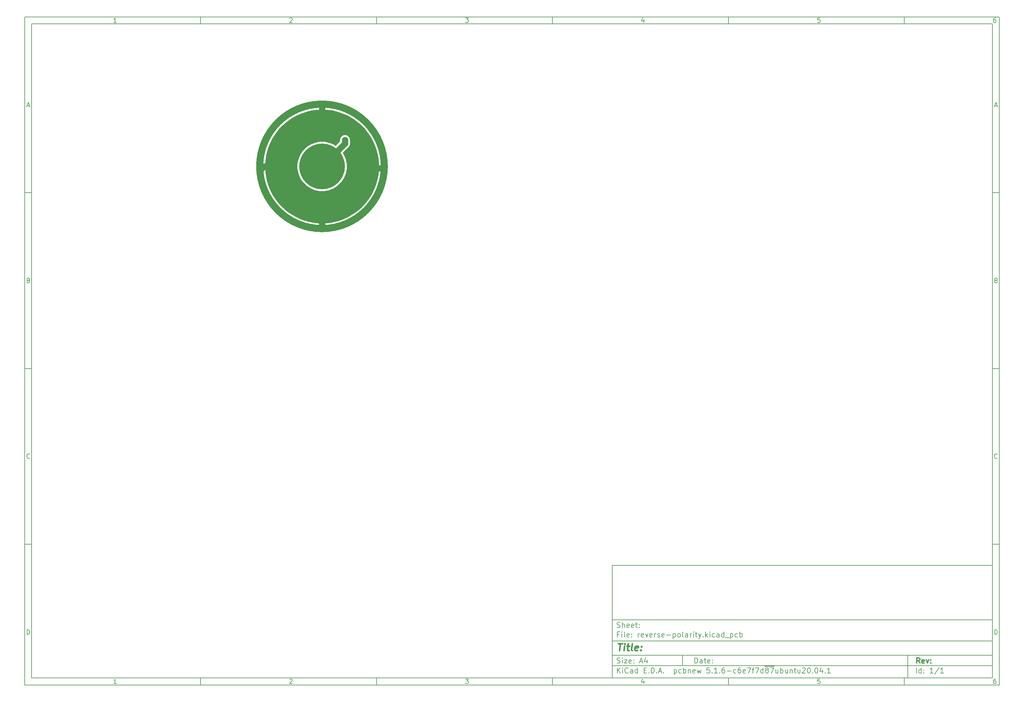
<source format=gbr>
G04 #@! TF.GenerationSoftware,KiCad,Pcbnew,5.1.6-c6e7f7d~87~ubuntu20.04.1*
G04 #@! TF.CreationDate,2020-08-14T09:59:52+02:00*
G04 #@! TF.ProjectId,reverse-polarity,72657665-7273-4652-9d70-6f6c61726974,rev?*
G04 #@! TF.SameCoordinates,Original*
G04 #@! TF.FileFunction,Copper,L2,Bot*
G04 #@! TF.FilePolarity,Positive*
%FSLAX46Y46*%
G04 Gerber Fmt 4.6, Leading zero omitted, Abs format (unit mm)*
G04 Created by KiCad (PCBNEW 5.1.6-c6e7f7d~87~ubuntu20.04.1) date 2020-08-14 09:59:52*
%MOMM*%
%LPD*%
G01*
G04 APERTURE LIST*
%ADD10C,0.100000*%
%ADD11C,0.150000*%
%ADD12C,0.300000*%
%ADD13C,0.400000*%
G04 #@! TA.AperFunction,NonConductor*
%ADD14C,2.000000*%
G04 #@! TD*
G04 #@! TA.AperFunction,ComponentPad*
%ADD15C,7.000000*%
G04 #@! TD*
G04 #@! TA.AperFunction,SMDPad,CuDef*
%ADD16C,13.000000*%
G04 #@! TD*
G04 #@! TA.AperFunction,ViaPad*
%ADD17C,0.800000*%
G04 #@! TD*
G04 #@! TA.AperFunction,ViaPad*
%ADD18C,1.000000*%
G04 #@! TD*
G04 #@! TA.AperFunction,Conductor*
%ADD19C,1.800000*%
G04 #@! TD*
G04 #@! TA.AperFunction,Conductor*
%ADD20C,0.254000*%
G04 #@! TD*
G04 APERTURE END LIST*
D10*
D11*
X177002200Y-166007200D02*
X177002200Y-198007200D01*
X285002200Y-198007200D01*
X285002200Y-166007200D01*
X177002200Y-166007200D01*
D10*
D11*
X10000000Y-10000000D02*
X10000000Y-200007200D01*
X287002200Y-200007200D01*
X287002200Y-10000000D01*
X10000000Y-10000000D01*
D10*
D11*
X12000000Y-12000000D02*
X12000000Y-198007200D01*
X285002200Y-198007200D01*
X285002200Y-12000000D01*
X12000000Y-12000000D01*
D10*
D11*
X60000000Y-12000000D02*
X60000000Y-10000000D01*
D10*
D11*
X110000000Y-12000000D02*
X110000000Y-10000000D01*
D10*
D11*
X160000000Y-12000000D02*
X160000000Y-10000000D01*
D10*
D11*
X210000000Y-12000000D02*
X210000000Y-10000000D01*
D10*
D11*
X260000000Y-12000000D02*
X260000000Y-10000000D01*
D10*
D11*
X36065476Y-11588095D02*
X35322619Y-11588095D01*
X35694047Y-11588095D02*
X35694047Y-10288095D01*
X35570238Y-10473809D01*
X35446428Y-10597619D01*
X35322619Y-10659523D01*
D10*
D11*
X85322619Y-10411904D02*
X85384523Y-10350000D01*
X85508333Y-10288095D01*
X85817857Y-10288095D01*
X85941666Y-10350000D01*
X86003571Y-10411904D01*
X86065476Y-10535714D01*
X86065476Y-10659523D01*
X86003571Y-10845238D01*
X85260714Y-11588095D01*
X86065476Y-11588095D01*
D10*
D11*
X135260714Y-10288095D02*
X136065476Y-10288095D01*
X135632142Y-10783333D01*
X135817857Y-10783333D01*
X135941666Y-10845238D01*
X136003571Y-10907142D01*
X136065476Y-11030952D01*
X136065476Y-11340476D01*
X136003571Y-11464285D01*
X135941666Y-11526190D01*
X135817857Y-11588095D01*
X135446428Y-11588095D01*
X135322619Y-11526190D01*
X135260714Y-11464285D01*
D10*
D11*
X185941666Y-10721428D02*
X185941666Y-11588095D01*
X185632142Y-10226190D02*
X185322619Y-11154761D01*
X186127380Y-11154761D01*
D10*
D11*
X236003571Y-10288095D02*
X235384523Y-10288095D01*
X235322619Y-10907142D01*
X235384523Y-10845238D01*
X235508333Y-10783333D01*
X235817857Y-10783333D01*
X235941666Y-10845238D01*
X236003571Y-10907142D01*
X236065476Y-11030952D01*
X236065476Y-11340476D01*
X236003571Y-11464285D01*
X235941666Y-11526190D01*
X235817857Y-11588095D01*
X235508333Y-11588095D01*
X235384523Y-11526190D01*
X235322619Y-11464285D01*
D10*
D11*
X285941666Y-10288095D02*
X285694047Y-10288095D01*
X285570238Y-10350000D01*
X285508333Y-10411904D01*
X285384523Y-10597619D01*
X285322619Y-10845238D01*
X285322619Y-11340476D01*
X285384523Y-11464285D01*
X285446428Y-11526190D01*
X285570238Y-11588095D01*
X285817857Y-11588095D01*
X285941666Y-11526190D01*
X286003571Y-11464285D01*
X286065476Y-11340476D01*
X286065476Y-11030952D01*
X286003571Y-10907142D01*
X285941666Y-10845238D01*
X285817857Y-10783333D01*
X285570238Y-10783333D01*
X285446428Y-10845238D01*
X285384523Y-10907142D01*
X285322619Y-11030952D01*
D10*
D11*
X60000000Y-198007200D02*
X60000000Y-200007200D01*
D10*
D11*
X110000000Y-198007200D02*
X110000000Y-200007200D01*
D10*
D11*
X160000000Y-198007200D02*
X160000000Y-200007200D01*
D10*
D11*
X210000000Y-198007200D02*
X210000000Y-200007200D01*
D10*
D11*
X260000000Y-198007200D02*
X260000000Y-200007200D01*
D10*
D11*
X36065476Y-199595295D02*
X35322619Y-199595295D01*
X35694047Y-199595295D02*
X35694047Y-198295295D01*
X35570238Y-198481009D01*
X35446428Y-198604819D01*
X35322619Y-198666723D01*
D10*
D11*
X85322619Y-198419104D02*
X85384523Y-198357200D01*
X85508333Y-198295295D01*
X85817857Y-198295295D01*
X85941666Y-198357200D01*
X86003571Y-198419104D01*
X86065476Y-198542914D01*
X86065476Y-198666723D01*
X86003571Y-198852438D01*
X85260714Y-199595295D01*
X86065476Y-199595295D01*
D10*
D11*
X135260714Y-198295295D02*
X136065476Y-198295295D01*
X135632142Y-198790533D01*
X135817857Y-198790533D01*
X135941666Y-198852438D01*
X136003571Y-198914342D01*
X136065476Y-199038152D01*
X136065476Y-199347676D01*
X136003571Y-199471485D01*
X135941666Y-199533390D01*
X135817857Y-199595295D01*
X135446428Y-199595295D01*
X135322619Y-199533390D01*
X135260714Y-199471485D01*
D10*
D11*
X185941666Y-198728628D02*
X185941666Y-199595295D01*
X185632142Y-198233390D02*
X185322619Y-199161961D01*
X186127380Y-199161961D01*
D10*
D11*
X236003571Y-198295295D02*
X235384523Y-198295295D01*
X235322619Y-198914342D01*
X235384523Y-198852438D01*
X235508333Y-198790533D01*
X235817857Y-198790533D01*
X235941666Y-198852438D01*
X236003571Y-198914342D01*
X236065476Y-199038152D01*
X236065476Y-199347676D01*
X236003571Y-199471485D01*
X235941666Y-199533390D01*
X235817857Y-199595295D01*
X235508333Y-199595295D01*
X235384523Y-199533390D01*
X235322619Y-199471485D01*
D10*
D11*
X285941666Y-198295295D02*
X285694047Y-198295295D01*
X285570238Y-198357200D01*
X285508333Y-198419104D01*
X285384523Y-198604819D01*
X285322619Y-198852438D01*
X285322619Y-199347676D01*
X285384523Y-199471485D01*
X285446428Y-199533390D01*
X285570238Y-199595295D01*
X285817857Y-199595295D01*
X285941666Y-199533390D01*
X286003571Y-199471485D01*
X286065476Y-199347676D01*
X286065476Y-199038152D01*
X286003571Y-198914342D01*
X285941666Y-198852438D01*
X285817857Y-198790533D01*
X285570238Y-198790533D01*
X285446428Y-198852438D01*
X285384523Y-198914342D01*
X285322619Y-199038152D01*
D10*
D11*
X10000000Y-60000000D02*
X12000000Y-60000000D01*
D10*
D11*
X10000000Y-110000000D02*
X12000000Y-110000000D01*
D10*
D11*
X10000000Y-160000000D02*
X12000000Y-160000000D01*
D10*
D11*
X10690476Y-35216666D02*
X11309523Y-35216666D01*
X10566666Y-35588095D02*
X11000000Y-34288095D01*
X11433333Y-35588095D01*
D10*
D11*
X11092857Y-84907142D02*
X11278571Y-84969047D01*
X11340476Y-85030952D01*
X11402380Y-85154761D01*
X11402380Y-85340476D01*
X11340476Y-85464285D01*
X11278571Y-85526190D01*
X11154761Y-85588095D01*
X10659523Y-85588095D01*
X10659523Y-84288095D01*
X11092857Y-84288095D01*
X11216666Y-84350000D01*
X11278571Y-84411904D01*
X11340476Y-84535714D01*
X11340476Y-84659523D01*
X11278571Y-84783333D01*
X11216666Y-84845238D01*
X11092857Y-84907142D01*
X10659523Y-84907142D01*
D10*
D11*
X11402380Y-135464285D02*
X11340476Y-135526190D01*
X11154761Y-135588095D01*
X11030952Y-135588095D01*
X10845238Y-135526190D01*
X10721428Y-135402380D01*
X10659523Y-135278571D01*
X10597619Y-135030952D01*
X10597619Y-134845238D01*
X10659523Y-134597619D01*
X10721428Y-134473809D01*
X10845238Y-134350000D01*
X11030952Y-134288095D01*
X11154761Y-134288095D01*
X11340476Y-134350000D01*
X11402380Y-134411904D01*
D10*
D11*
X10659523Y-185588095D02*
X10659523Y-184288095D01*
X10969047Y-184288095D01*
X11154761Y-184350000D01*
X11278571Y-184473809D01*
X11340476Y-184597619D01*
X11402380Y-184845238D01*
X11402380Y-185030952D01*
X11340476Y-185278571D01*
X11278571Y-185402380D01*
X11154761Y-185526190D01*
X10969047Y-185588095D01*
X10659523Y-185588095D01*
D10*
D11*
X287002200Y-60000000D02*
X285002200Y-60000000D01*
D10*
D11*
X287002200Y-110000000D02*
X285002200Y-110000000D01*
D10*
D11*
X287002200Y-160000000D02*
X285002200Y-160000000D01*
D10*
D11*
X285692676Y-35216666D02*
X286311723Y-35216666D01*
X285568866Y-35588095D02*
X286002200Y-34288095D01*
X286435533Y-35588095D01*
D10*
D11*
X286095057Y-84907142D02*
X286280771Y-84969047D01*
X286342676Y-85030952D01*
X286404580Y-85154761D01*
X286404580Y-85340476D01*
X286342676Y-85464285D01*
X286280771Y-85526190D01*
X286156961Y-85588095D01*
X285661723Y-85588095D01*
X285661723Y-84288095D01*
X286095057Y-84288095D01*
X286218866Y-84350000D01*
X286280771Y-84411904D01*
X286342676Y-84535714D01*
X286342676Y-84659523D01*
X286280771Y-84783333D01*
X286218866Y-84845238D01*
X286095057Y-84907142D01*
X285661723Y-84907142D01*
D10*
D11*
X286404580Y-135464285D02*
X286342676Y-135526190D01*
X286156961Y-135588095D01*
X286033152Y-135588095D01*
X285847438Y-135526190D01*
X285723628Y-135402380D01*
X285661723Y-135278571D01*
X285599819Y-135030952D01*
X285599819Y-134845238D01*
X285661723Y-134597619D01*
X285723628Y-134473809D01*
X285847438Y-134350000D01*
X286033152Y-134288095D01*
X286156961Y-134288095D01*
X286342676Y-134350000D01*
X286404580Y-134411904D01*
D10*
D11*
X285661723Y-185588095D02*
X285661723Y-184288095D01*
X285971247Y-184288095D01*
X286156961Y-184350000D01*
X286280771Y-184473809D01*
X286342676Y-184597619D01*
X286404580Y-184845238D01*
X286404580Y-185030952D01*
X286342676Y-185278571D01*
X286280771Y-185402380D01*
X286156961Y-185526190D01*
X285971247Y-185588095D01*
X285661723Y-185588095D01*
D10*
D11*
X200434342Y-193785771D02*
X200434342Y-192285771D01*
X200791485Y-192285771D01*
X201005771Y-192357200D01*
X201148628Y-192500057D01*
X201220057Y-192642914D01*
X201291485Y-192928628D01*
X201291485Y-193142914D01*
X201220057Y-193428628D01*
X201148628Y-193571485D01*
X201005771Y-193714342D01*
X200791485Y-193785771D01*
X200434342Y-193785771D01*
X202577200Y-193785771D02*
X202577200Y-193000057D01*
X202505771Y-192857200D01*
X202362914Y-192785771D01*
X202077200Y-192785771D01*
X201934342Y-192857200D01*
X202577200Y-193714342D02*
X202434342Y-193785771D01*
X202077200Y-193785771D01*
X201934342Y-193714342D01*
X201862914Y-193571485D01*
X201862914Y-193428628D01*
X201934342Y-193285771D01*
X202077200Y-193214342D01*
X202434342Y-193214342D01*
X202577200Y-193142914D01*
X203077200Y-192785771D02*
X203648628Y-192785771D01*
X203291485Y-192285771D02*
X203291485Y-193571485D01*
X203362914Y-193714342D01*
X203505771Y-193785771D01*
X203648628Y-193785771D01*
X204720057Y-193714342D02*
X204577200Y-193785771D01*
X204291485Y-193785771D01*
X204148628Y-193714342D01*
X204077200Y-193571485D01*
X204077200Y-193000057D01*
X204148628Y-192857200D01*
X204291485Y-192785771D01*
X204577200Y-192785771D01*
X204720057Y-192857200D01*
X204791485Y-193000057D01*
X204791485Y-193142914D01*
X204077200Y-193285771D01*
X205434342Y-193642914D02*
X205505771Y-193714342D01*
X205434342Y-193785771D01*
X205362914Y-193714342D01*
X205434342Y-193642914D01*
X205434342Y-193785771D01*
X205434342Y-192857200D02*
X205505771Y-192928628D01*
X205434342Y-193000057D01*
X205362914Y-192928628D01*
X205434342Y-192857200D01*
X205434342Y-193000057D01*
D10*
D11*
X177002200Y-194507200D02*
X285002200Y-194507200D01*
D10*
D11*
X178434342Y-196585771D02*
X178434342Y-195085771D01*
X179291485Y-196585771D02*
X178648628Y-195728628D01*
X179291485Y-195085771D02*
X178434342Y-195942914D01*
X179934342Y-196585771D02*
X179934342Y-195585771D01*
X179934342Y-195085771D02*
X179862914Y-195157200D01*
X179934342Y-195228628D01*
X180005771Y-195157200D01*
X179934342Y-195085771D01*
X179934342Y-195228628D01*
X181505771Y-196442914D02*
X181434342Y-196514342D01*
X181220057Y-196585771D01*
X181077200Y-196585771D01*
X180862914Y-196514342D01*
X180720057Y-196371485D01*
X180648628Y-196228628D01*
X180577200Y-195942914D01*
X180577200Y-195728628D01*
X180648628Y-195442914D01*
X180720057Y-195300057D01*
X180862914Y-195157200D01*
X181077200Y-195085771D01*
X181220057Y-195085771D01*
X181434342Y-195157200D01*
X181505771Y-195228628D01*
X182791485Y-196585771D02*
X182791485Y-195800057D01*
X182720057Y-195657200D01*
X182577200Y-195585771D01*
X182291485Y-195585771D01*
X182148628Y-195657200D01*
X182791485Y-196514342D02*
X182648628Y-196585771D01*
X182291485Y-196585771D01*
X182148628Y-196514342D01*
X182077200Y-196371485D01*
X182077200Y-196228628D01*
X182148628Y-196085771D01*
X182291485Y-196014342D01*
X182648628Y-196014342D01*
X182791485Y-195942914D01*
X184148628Y-196585771D02*
X184148628Y-195085771D01*
X184148628Y-196514342D02*
X184005771Y-196585771D01*
X183720057Y-196585771D01*
X183577200Y-196514342D01*
X183505771Y-196442914D01*
X183434342Y-196300057D01*
X183434342Y-195871485D01*
X183505771Y-195728628D01*
X183577200Y-195657200D01*
X183720057Y-195585771D01*
X184005771Y-195585771D01*
X184148628Y-195657200D01*
X186005771Y-195800057D02*
X186505771Y-195800057D01*
X186720057Y-196585771D02*
X186005771Y-196585771D01*
X186005771Y-195085771D01*
X186720057Y-195085771D01*
X187362914Y-196442914D02*
X187434342Y-196514342D01*
X187362914Y-196585771D01*
X187291485Y-196514342D01*
X187362914Y-196442914D01*
X187362914Y-196585771D01*
X188077200Y-196585771D02*
X188077200Y-195085771D01*
X188434342Y-195085771D01*
X188648628Y-195157200D01*
X188791485Y-195300057D01*
X188862914Y-195442914D01*
X188934342Y-195728628D01*
X188934342Y-195942914D01*
X188862914Y-196228628D01*
X188791485Y-196371485D01*
X188648628Y-196514342D01*
X188434342Y-196585771D01*
X188077200Y-196585771D01*
X189577200Y-196442914D02*
X189648628Y-196514342D01*
X189577200Y-196585771D01*
X189505771Y-196514342D01*
X189577200Y-196442914D01*
X189577200Y-196585771D01*
X190220057Y-196157200D02*
X190934342Y-196157200D01*
X190077200Y-196585771D02*
X190577200Y-195085771D01*
X191077200Y-196585771D01*
X191577200Y-196442914D02*
X191648628Y-196514342D01*
X191577200Y-196585771D01*
X191505771Y-196514342D01*
X191577200Y-196442914D01*
X191577200Y-196585771D01*
X194577200Y-195585771D02*
X194577200Y-197085771D01*
X194577200Y-195657200D02*
X194720057Y-195585771D01*
X195005771Y-195585771D01*
X195148628Y-195657200D01*
X195220057Y-195728628D01*
X195291485Y-195871485D01*
X195291485Y-196300057D01*
X195220057Y-196442914D01*
X195148628Y-196514342D01*
X195005771Y-196585771D01*
X194720057Y-196585771D01*
X194577200Y-196514342D01*
X196577200Y-196514342D02*
X196434342Y-196585771D01*
X196148628Y-196585771D01*
X196005771Y-196514342D01*
X195934342Y-196442914D01*
X195862914Y-196300057D01*
X195862914Y-195871485D01*
X195934342Y-195728628D01*
X196005771Y-195657200D01*
X196148628Y-195585771D01*
X196434342Y-195585771D01*
X196577200Y-195657200D01*
X197220057Y-196585771D02*
X197220057Y-195085771D01*
X197220057Y-195657200D02*
X197362914Y-195585771D01*
X197648628Y-195585771D01*
X197791485Y-195657200D01*
X197862914Y-195728628D01*
X197934342Y-195871485D01*
X197934342Y-196300057D01*
X197862914Y-196442914D01*
X197791485Y-196514342D01*
X197648628Y-196585771D01*
X197362914Y-196585771D01*
X197220057Y-196514342D01*
X198577200Y-195585771D02*
X198577200Y-196585771D01*
X198577200Y-195728628D02*
X198648628Y-195657200D01*
X198791485Y-195585771D01*
X199005771Y-195585771D01*
X199148628Y-195657200D01*
X199220057Y-195800057D01*
X199220057Y-196585771D01*
X200505771Y-196514342D02*
X200362914Y-196585771D01*
X200077200Y-196585771D01*
X199934342Y-196514342D01*
X199862914Y-196371485D01*
X199862914Y-195800057D01*
X199934342Y-195657200D01*
X200077200Y-195585771D01*
X200362914Y-195585771D01*
X200505771Y-195657200D01*
X200577200Y-195800057D01*
X200577200Y-195942914D01*
X199862914Y-196085771D01*
X201077200Y-195585771D02*
X201362914Y-196585771D01*
X201648628Y-195871485D01*
X201934342Y-196585771D01*
X202220057Y-195585771D01*
X204648628Y-195085771D02*
X203934342Y-195085771D01*
X203862914Y-195800057D01*
X203934342Y-195728628D01*
X204077200Y-195657200D01*
X204434342Y-195657200D01*
X204577200Y-195728628D01*
X204648628Y-195800057D01*
X204720057Y-195942914D01*
X204720057Y-196300057D01*
X204648628Y-196442914D01*
X204577200Y-196514342D01*
X204434342Y-196585771D01*
X204077200Y-196585771D01*
X203934342Y-196514342D01*
X203862914Y-196442914D01*
X205362914Y-196442914D02*
X205434342Y-196514342D01*
X205362914Y-196585771D01*
X205291485Y-196514342D01*
X205362914Y-196442914D01*
X205362914Y-196585771D01*
X206862914Y-196585771D02*
X206005771Y-196585771D01*
X206434342Y-196585771D02*
X206434342Y-195085771D01*
X206291485Y-195300057D01*
X206148628Y-195442914D01*
X206005771Y-195514342D01*
X207505771Y-196442914D02*
X207577200Y-196514342D01*
X207505771Y-196585771D01*
X207434342Y-196514342D01*
X207505771Y-196442914D01*
X207505771Y-196585771D01*
X208862914Y-195085771D02*
X208577200Y-195085771D01*
X208434342Y-195157200D01*
X208362914Y-195228628D01*
X208220057Y-195442914D01*
X208148628Y-195728628D01*
X208148628Y-196300057D01*
X208220057Y-196442914D01*
X208291485Y-196514342D01*
X208434342Y-196585771D01*
X208720057Y-196585771D01*
X208862914Y-196514342D01*
X208934342Y-196442914D01*
X209005771Y-196300057D01*
X209005771Y-195942914D01*
X208934342Y-195800057D01*
X208862914Y-195728628D01*
X208720057Y-195657200D01*
X208434342Y-195657200D01*
X208291485Y-195728628D01*
X208220057Y-195800057D01*
X208148628Y-195942914D01*
X209648628Y-196014342D02*
X210791485Y-196014342D01*
X212148628Y-196514342D02*
X212005771Y-196585771D01*
X211720057Y-196585771D01*
X211577200Y-196514342D01*
X211505771Y-196442914D01*
X211434342Y-196300057D01*
X211434342Y-195871485D01*
X211505771Y-195728628D01*
X211577200Y-195657200D01*
X211720057Y-195585771D01*
X212005771Y-195585771D01*
X212148628Y-195657200D01*
X213434342Y-195085771D02*
X213148628Y-195085771D01*
X213005771Y-195157200D01*
X212934342Y-195228628D01*
X212791485Y-195442914D01*
X212720057Y-195728628D01*
X212720057Y-196300057D01*
X212791485Y-196442914D01*
X212862914Y-196514342D01*
X213005771Y-196585771D01*
X213291485Y-196585771D01*
X213434342Y-196514342D01*
X213505771Y-196442914D01*
X213577200Y-196300057D01*
X213577200Y-195942914D01*
X213505771Y-195800057D01*
X213434342Y-195728628D01*
X213291485Y-195657200D01*
X213005771Y-195657200D01*
X212862914Y-195728628D01*
X212791485Y-195800057D01*
X212720057Y-195942914D01*
X214791485Y-196514342D02*
X214648628Y-196585771D01*
X214362914Y-196585771D01*
X214220057Y-196514342D01*
X214148628Y-196371485D01*
X214148628Y-195800057D01*
X214220057Y-195657200D01*
X214362914Y-195585771D01*
X214648628Y-195585771D01*
X214791485Y-195657200D01*
X214862914Y-195800057D01*
X214862914Y-195942914D01*
X214148628Y-196085771D01*
X215362914Y-195085771D02*
X216362914Y-195085771D01*
X215720057Y-196585771D01*
X216720057Y-195585771D02*
X217291485Y-195585771D01*
X216934342Y-196585771D02*
X216934342Y-195300057D01*
X217005771Y-195157200D01*
X217148628Y-195085771D01*
X217291485Y-195085771D01*
X217648628Y-195085771D02*
X218648628Y-195085771D01*
X218005771Y-196585771D01*
X219862914Y-196585771D02*
X219862914Y-195085771D01*
X219862914Y-196514342D02*
X219720057Y-196585771D01*
X219434342Y-196585771D01*
X219291485Y-196514342D01*
X219220057Y-196442914D01*
X219148628Y-196300057D01*
X219148628Y-195871485D01*
X219220057Y-195728628D01*
X219291485Y-195657200D01*
X219434342Y-195585771D01*
X219720057Y-195585771D01*
X219862914Y-195657200D01*
X220220057Y-194677200D02*
X221648628Y-194677200D01*
X220791485Y-195728628D02*
X220648628Y-195657200D01*
X220577200Y-195585771D01*
X220505771Y-195442914D01*
X220505771Y-195371485D01*
X220577200Y-195228628D01*
X220648628Y-195157200D01*
X220791485Y-195085771D01*
X221077200Y-195085771D01*
X221220057Y-195157200D01*
X221291485Y-195228628D01*
X221362914Y-195371485D01*
X221362914Y-195442914D01*
X221291485Y-195585771D01*
X221220057Y-195657200D01*
X221077200Y-195728628D01*
X220791485Y-195728628D01*
X220648628Y-195800057D01*
X220577200Y-195871485D01*
X220505771Y-196014342D01*
X220505771Y-196300057D01*
X220577200Y-196442914D01*
X220648628Y-196514342D01*
X220791485Y-196585771D01*
X221077200Y-196585771D01*
X221220057Y-196514342D01*
X221291485Y-196442914D01*
X221362914Y-196300057D01*
X221362914Y-196014342D01*
X221291485Y-195871485D01*
X221220057Y-195800057D01*
X221077200Y-195728628D01*
X221648628Y-194677200D02*
X223077200Y-194677200D01*
X221862914Y-195085771D02*
X222862914Y-195085771D01*
X222220057Y-196585771D01*
X224077200Y-195585771D02*
X224077200Y-196585771D01*
X223434342Y-195585771D02*
X223434342Y-196371485D01*
X223505771Y-196514342D01*
X223648628Y-196585771D01*
X223862914Y-196585771D01*
X224005771Y-196514342D01*
X224077200Y-196442914D01*
X224791485Y-196585771D02*
X224791485Y-195085771D01*
X224791485Y-195657200D02*
X224934342Y-195585771D01*
X225220057Y-195585771D01*
X225362914Y-195657200D01*
X225434342Y-195728628D01*
X225505771Y-195871485D01*
X225505771Y-196300057D01*
X225434342Y-196442914D01*
X225362914Y-196514342D01*
X225220057Y-196585771D01*
X224934342Y-196585771D01*
X224791485Y-196514342D01*
X226791485Y-195585771D02*
X226791485Y-196585771D01*
X226148628Y-195585771D02*
X226148628Y-196371485D01*
X226220057Y-196514342D01*
X226362914Y-196585771D01*
X226577200Y-196585771D01*
X226720057Y-196514342D01*
X226791485Y-196442914D01*
X227505771Y-195585771D02*
X227505771Y-196585771D01*
X227505771Y-195728628D02*
X227577200Y-195657200D01*
X227720057Y-195585771D01*
X227934342Y-195585771D01*
X228077200Y-195657200D01*
X228148628Y-195800057D01*
X228148628Y-196585771D01*
X228648628Y-195585771D02*
X229220057Y-195585771D01*
X228862914Y-195085771D02*
X228862914Y-196371485D01*
X228934342Y-196514342D01*
X229077200Y-196585771D01*
X229220057Y-196585771D01*
X230362914Y-195585771D02*
X230362914Y-196585771D01*
X229720057Y-195585771D02*
X229720057Y-196371485D01*
X229791485Y-196514342D01*
X229934342Y-196585771D01*
X230148628Y-196585771D01*
X230291485Y-196514342D01*
X230362914Y-196442914D01*
X231005771Y-195228628D02*
X231077200Y-195157200D01*
X231220057Y-195085771D01*
X231577200Y-195085771D01*
X231720057Y-195157200D01*
X231791485Y-195228628D01*
X231862914Y-195371485D01*
X231862914Y-195514342D01*
X231791485Y-195728628D01*
X230934342Y-196585771D01*
X231862914Y-196585771D01*
X232791485Y-195085771D02*
X232934342Y-195085771D01*
X233077200Y-195157200D01*
X233148628Y-195228628D01*
X233220057Y-195371485D01*
X233291485Y-195657200D01*
X233291485Y-196014342D01*
X233220057Y-196300057D01*
X233148628Y-196442914D01*
X233077200Y-196514342D01*
X232934342Y-196585771D01*
X232791485Y-196585771D01*
X232648628Y-196514342D01*
X232577200Y-196442914D01*
X232505771Y-196300057D01*
X232434342Y-196014342D01*
X232434342Y-195657200D01*
X232505771Y-195371485D01*
X232577200Y-195228628D01*
X232648628Y-195157200D01*
X232791485Y-195085771D01*
X233934342Y-196442914D02*
X234005771Y-196514342D01*
X233934342Y-196585771D01*
X233862914Y-196514342D01*
X233934342Y-196442914D01*
X233934342Y-196585771D01*
X234934342Y-195085771D02*
X235077200Y-195085771D01*
X235220057Y-195157200D01*
X235291485Y-195228628D01*
X235362914Y-195371485D01*
X235434342Y-195657200D01*
X235434342Y-196014342D01*
X235362914Y-196300057D01*
X235291485Y-196442914D01*
X235220057Y-196514342D01*
X235077200Y-196585771D01*
X234934342Y-196585771D01*
X234791485Y-196514342D01*
X234720057Y-196442914D01*
X234648628Y-196300057D01*
X234577200Y-196014342D01*
X234577200Y-195657200D01*
X234648628Y-195371485D01*
X234720057Y-195228628D01*
X234791485Y-195157200D01*
X234934342Y-195085771D01*
X236720057Y-195585771D02*
X236720057Y-196585771D01*
X236362914Y-195014342D02*
X236005771Y-196085771D01*
X236934342Y-196085771D01*
X237505771Y-196442914D02*
X237577199Y-196514342D01*
X237505771Y-196585771D01*
X237434342Y-196514342D01*
X237505771Y-196442914D01*
X237505771Y-196585771D01*
X239005771Y-196585771D02*
X238148628Y-196585771D01*
X238577200Y-196585771D02*
X238577200Y-195085771D01*
X238434342Y-195300057D01*
X238291485Y-195442914D01*
X238148628Y-195514342D01*
D10*
D11*
X177002200Y-191507200D02*
X285002200Y-191507200D01*
D10*
D12*
X264411485Y-193785771D02*
X263911485Y-193071485D01*
X263554342Y-193785771D02*
X263554342Y-192285771D01*
X264125771Y-192285771D01*
X264268628Y-192357200D01*
X264340057Y-192428628D01*
X264411485Y-192571485D01*
X264411485Y-192785771D01*
X264340057Y-192928628D01*
X264268628Y-193000057D01*
X264125771Y-193071485D01*
X263554342Y-193071485D01*
X265625771Y-193714342D02*
X265482914Y-193785771D01*
X265197200Y-193785771D01*
X265054342Y-193714342D01*
X264982914Y-193571485D01*
X264982914Y-193000057D01*
X265054342Y-192857200D01*
X265197200Y-192785771D01*
X265482914Y-192785771D01*
X265625771Y-192857200D01*
X265697200Y-193000057D01*
X265697200Y-193142914D01*
X264982914Y-193285771D01*
X266197200Y-192785771D02*
X266554342Y-193785771D01*
X266911485Y-192785771D01*
X267482914Y-193642914D02*
X267554342Y-193714342D01*
X267482914Y-193785771D01*
X267411485Y-193714342D01*
X267482914Y-193642914D01*
X267482914Y-193785771D01*
X267482914Y-192857200D02*
X267554342Y-192928628D01*
X267482914Y-193000057D01*
X267411485Y-192928628D01*
X267482914Y-192857200D01*
X267482914Y-193000057D01*
D10*
D11*
X178362914Y-193714342D02*
X178577200Y-193785771D01*
X178934342Y-193785771D01*
X179077200Y-193714342D01*
X179148628Y-193642914D01*
X179220057Y-193500057D01*
X179220057Y-193357200D01*
X179148628Y-193214342D01*
X179077200Y-193142914D01*
X178934342Y-193071485D01*
X178648628Y-193000057D01*
X178505771Y-192928628D01*
X178434342Y-192857200D01*
X178362914Y-192714342D01*
X178362914Y-192571485D01*
X178434342Y-192428628D01*
X178505771Y-192357200D01*
X178648628Y-192285771D01*
X179005771Y-192285771D01*
X179220057Y-192357200D01*
X179862914Y-193785771D02*
X179862914Y-192785771D01*
X179862914Y-192285771D02*
X179791485Y-192357200D01*
X179862914Y-192428628D01*
X179934342Y-192357200D01*
X179862914Y-192285771D01*
X179862914Y-192428628D01*
X180434342Y-192785771D02*
X181220057Y-192785771D01*
X180434342Y-193785771D01*
X181220057Y-193785771D01*
X182362914Y-193714342D02*
X182220057Y-193785771D01*
X181934342Y-193785771D01*
X181791485Y-193714342D01*
X181720057Y-193571485D01*
X181720057Y-193000057D01*
X181791485Y-192857200D01*
X181934342Y-192785771D01*
X182220057Y-192785771D01*
X182362914Y-192857200D01*
X182434342Y-193000057D01*
X182434342Y-193142914D01*
X181720057Y-193285771D01*
X183077200Y-193642914D02*
X183148628Y-193714342D01*
X183077200Y-193785771D01*
X183005771Y-193714342D01*
X183077200Y-193642914D01*
X183077200Y-193785771D01*
X183077200Y-192857200D02*
X183148628Y-192928628D01*
X183077200Y-193000057D01*
X183005771Y-192928628D01*
X183077200Y-192857200D01*
X183077200Y-193000057D01*
X184862914Y-193357200D02*
X185577200Y-193357200D01*
X184720057Y-193785771D02*
X185220057Y-192285771D01*
X185720057Y-193785771D01*
X186862914Y-192785771D02*
X186862914Y-193785771D01*
X186505771Y-192214342D02*
X186148628Y-193285771D01*
X187077200Y-193285771D01*
D10*
D11*
X263434342Y-196585771D02*
X263434342Y-195085771D01*
X264791485Y-196585771D02*
X264791485Y-195085771D01*
X264791485Y-196514342D02*
X264648628Y-196585771D01*
X264362914Y-196585771D01*
X264220057Y-196514342D01*
X264148628Y-196442914D01*
X264077200Y-196300057D01*
X264077200Y-195871485D01*
X264148628Y-195728628D01*
X264220057Y-195657200D01*
X264362914Y-195585771D01*
X264648628Y-195585771D01*
X264791485Y-195657200D01*
X265505771Y-196442914D02*
X265577200Y-196514342D01*
X265505771Y-196585771D01*
X265434342Y-196514342D01*
X265505771Y-196442914D01*
X265505771Y-196585771D01*
X265505771Y-195657200D02*
X265577200Y-195728628D01*
X265505771Y-195800057D01*
X265434342Y-195728628D01*
X265505771Y-195657200D01*
X265505771Y-195800057D01*
X268148628Y-196585771D02*
X267291485Y-196585771D01*
X267720057Y-196585771D02*
X267720057Y-195085771D01*
X267577200Y-195300057D01*
X267434342Y-195442914D01*
X267291485Y-195514342D01*
X269862914Y-195014342D02*
X268577200Y-196942914D01*
X271148628Y-196585771D02*
X270291485Y-196585771D01*
X270720057Y-196585771D02*
X270720057Y-195085771D01*
X270577200Y-195300057D01*
X270434342Y-195442914D01*
X270291485Y-195514342D01*
D10*
D11*
X177002200Y-187507200D02*
X285002200Y-187507200D01*
D10*
D13*
X178714580Y-188211961D02*
X179857438Y-188211961D01*
X179036009Y-190211961D02*
X179286009Y-188211961D01*
X180274104Y-190211961D02*
X180440771Y-188878628D01*
X180524104Y-188211961D02*
X180416961Y-188307200D01*
X180500295Y-188402438D01*
X180607438Y-188307200D01*
X180524104Y-188211961D01*
X180500295Y-188402438D01*
X181107438Y-188878628D02*
X181869342Y-188878628D01*
X181476485Y-188211961D02*
X181262200Y-189926247D01*
X181333628Y-190116723D01*
X181512200Y-190211961D01*
X181702676Y-190211961D01*
X182655057Y-190211961D02*
X182476485Y-190116723D01*
X182405057Y-189926247D01*
X182619342Y-188211961D01*
X184190771Y-190116723D02*
X183988390Y-190211961D01*
X183607438Y-190211961D01*
X183428866Y-190116723D01*
X183357438Y-189926247D01*
X183452676Y-189164342D01*
X183571723Y-188973866D01*
X183774104Y-188878628D01*
X184155057Y-188878628D01*
X184333628Y-188973866D01*
X184405057Y-189164342D01*
X184381247Y-189354819D01*
X183405057Y-189545295D01*
X185155057Y-190021485D02*
X185238390Y-190116723D01*
X185131247Y-190211961D01*
X185047914Y-190116723D01*
X185155057Y-190021485D01*
X185131247Y-190211961D01*
X185286009Y-188973866D02*
X185369342Y-189069104D01*
X185262200Y-189164342D01*
X185178866Y-189069104D01*
X185286009Y-188973866D01*
X185262200Y-189164342D01*
D10*
D11*
X178934342Y-185600057D02*
X178434342Y-185600057D01*
X178434342Y-186385771D02*
X178434342Y-184885771D01*
X179148628Y-184885771D01*
X179720057Y-186385771D02*
X179720057Y-185385771D01*
X179720057Y-184885771D02*
X179648628Y-184957200D01*
X179720057Y-185028628D01*
X179791485Y-184957200D01*
X179720057Y-184885771D01*
X179720057Y-185028628D01*
X180648628Y-186385771D02*
X180505771Y-186314342D01*
X180434342Y-186171485D01*
X180434342Y-184885771D01*
X181791485Y-186314342D02*
X181648628Y-186385771D01*
X181362914Y-186385771D01*
X181220057Y-186314342D01*
X181148628Y-186171485D01*
X181148628Y-185600057D01*
X181220057Y-185457200D01*
X181362914Y-185385771D01*
X181648628Y-185385771D01*
X181791485Y-185457200D01*
X181862914Y-185600057D01*
X181862914Y-185742914D01*
X181148628Y-185885771D01*
X182505771Y-186242914D02*
X182577200Y-186314342D01*
X182505771Y-186385771D01*
X182434342Y-186314342D01*
X182505771Y-186242914D01*
X182505771Y-186385771D01*
X182505771Y-185457200D02*
X182577200Y-185528628D01*
X182505771Y-185600057D01*
X182434342Y-185528628D01*
X182505771Y-185457200D01*
X182505771Y-185600057D01*
X184362914Y-186385771D02*
X184362914Y-185385771D01*
X184362914Y-185671485D02*
X184434342Y-185528628D01*
X184505771Y-185457200D01*
X184648628Y-185385771D01*
X184791485Y-185385771D01*
X185862914Y-186314342D02*
X185720057Y-186385771D01*
X185434342Y-186385771D01*
X185291485Y-186314342D01*
X185220057Y-186171485D01*
X185220057Y-185600057D01*
X185291485Y-185457200D01*
X185434342Y-185385771D01*
X185720057Y-185385771D01*
X185862914Y-185457200D01*
X185934342Y-185600057D01*
X185934342Y-185742914D01*
X185220057Y-185885771D01*
X186434342Y-185385771D02*
X186791485Y-186385771D01*
X187148628Y-185385771D01*
X188291485Y-186314342D02*
X188148628Y-186385771D01*
X187862914Y-186385771D01*
X187720057Y-186314342D01*
X187648628Y-186171485D01*
X187648628Y-185600057D01*
X187720057Y-185457200D01*
X187862914Y-185385771D01*
X188148628Y-185385771D01*
X188291485Y-185457200D01*
X188362914Y-185600057D01*
X188362914Y-185742914D01*
X187648628Y-185885771D01*
X189005771Y-186385771D02*
X189005771Y-185385771D01*
X189005771Y-185671485D02*
X189077200Y-185528628D01*
X189148628Y-185457200D01*
X189291485Y-185385771D01*
X189434342Y-185385771D01*
X189862914Y-186314342D02*
X190005771Y-186385771D01*
X190291485Y-186385771D01*
X190434342Y-186314342D01*
X190505771Y-186171485D01*
X190505771Y-186100057D01*
X190434342Y-185957200D01*
X190291485Y-185885771D01*
X190077200Y-185885771D01*
X189934342Y-185814342D01*
X189862914Y-185671485D01*
X189862914Y-185600057D01*
X189934342Y-185457200D01*
X190077200Y-185385771D01*
X190291485Y-185385771D01*
X190434342Y-185457200D01*
X191720057Y-186314342D02*
X191577200Y-186385771D01*
X191291485Y-186385771D01*
X191148628Y-186314342D01*
X191077200Y-186171485D01*
X191077200Y-185600057D01*
X191148628Y-185457200D01*
X191291485Y-185385771D01*
X191577200Y-185385771D01*
X191720057Y-185457200D01*
X191791485Y-185600057D01*
X191791485Y-185742914D01*
X191077200Y-185885771D01*
X192434342Y-185814342D02*
X193577200Y-185814342D01*
X194291485Y-185385771D02*
X194291485Y-186885771D01*
X194291485Y-185457200D02*
X194434342Y-185385771D01*
X194720057Y-185385771D01*
X194862914Y-185457200D01*
X194934342Y-185528628D01*
X195005771Y-185671485D01*
X195005771Y-186100057D01*
X194934342Y-186242914D01*
X194862914Y-186314342D01*
X194720057Y-186385771D01*
X194434342Y-186385771D01*
X194291485Y-186314342D01*
X195862914Y-186385771D02*
X195720057Y-186314342D01*
X195648628Y-186242914D01*
X195577200Y-186100057D01*
X195577200Y-185671485D01*
X195648628Y-185528628D01*
X195720057Y-185457200D01*
X195862914Y-185385771D01*
X196077200Y-185385771D01*
X196220057Y-185457200D01*
X196291485Y-185528628D01*
X196362914Y-185671485D01*
X196362914Y-186100057D01*
X196291485Y-186242914D01*
X196220057Y-186314342D01*
X196077200Y-186385771D01*
X195862914Y-186385771D01*
X197220057Y-186385771D02*
X197077200Y-186314342D01*
X197005771Y-186171485D01*
X197005771Y-184885771D01*
X198434342Y-186385771D02*
X198434342Y-185600057D01*
X198362914Y-185457200D01*
X198220057Y-185385771D01*
X197934342Y-185385771D01*
X197791485Y-185457200D01*
X198434342Y-186314342D02*
X198291485Y-186385771D01*
X197934342Y-186385771D01*
X197791485Y-186314342D01*
X197720057Y-186171485D01*
X197720057Y-186028628D01*
X197791485Y-185885771D01*
X197934342Y-185814342D01*
X198291485Y-185814342D01*
X198434342Y-185742914D01*
X199148628Y-186385771D02*
X199148628Y-185385771D01*
X199148628Y-185671485D02*
X199220057Y-185528628D01*
X199291485Y-185457200D01*
X199434342Y-185385771D01*
X199577200Y-185385771D01*
X200077200Y-186385771D02*
X200077200Y-185385771D01*
X200077200Y-184885771D02*
X200005771Y-184957200D01*
X200077200Y-185028628D01*
X200148628Y-184957200D01*
X200077200Y-184885771D01*
X200077200Y-185028628D01*
X200577200Y-185385771D02*
X201148628Y-185385771D01*
X200791485Y-184885771D02*
X200791485Y-186171485D01*
X200862914Y-186314342D01*
X201005771Y-186385771D01*
X201148628Y-186385771D01*
X201505771Y-185385771D02*
X201862914Y-186385771D01*
X202220057Y-185385771D02*
X201862914Y-186385771D01*
X201720057Y-186742914D01*
X201648628Y-186814342D01*
X201505771Y-186885771D01*
X202791485Y-186242914D02*
X202862914Y-186314342D01*
X202791485Y-186385771D01*
X202720057Y-186314342D01*
X202791485Y-186242914D01*
X202791485Y-186385771D01*
X203505771Y-186385771D02*
X203505771Y-184885771D01*
X203648628Y-185814342D02*
X204077200Y-186385771D01*
X204077200Y-185385771D02*
X203505771Y-185957200D01*
X204720057Y-186385771D02*
X204720057Y-185385771D01*
X204720057Y-184885771D02*
X204648628Y-184957200D01*
X204720057Y-185028628D01*
X204791485Y-184957200D01*
X204720057Y-184885771D01*
X204720057Y-185028628D01*
X206077200Y-186314342D02*
X205934342Y-186385771D01*
X205648628Y-186385771D01*
X205505771Y-186314342D01*
X205434342Y-186242914D01*
X205362914Y-186100057D01*
X205362914Y-185671485D01*
X205434342Y-185528628D01*
X205505771Y-185457200D01*
X205648628Y-185385771D01*
X205934342Y-185385771D01*
X206077200Y-185457200D01*
X207362914Y-186385771D02*
X207362914Y-185600057D01*
X207291485Y-185457200D01*
X207148628Y-185385771D01*
X206862914Y-185385771D01*
X206720057Y-185457200D01*
X207362914Y-186314342D02*
X207220057Y-186385771D01*
X206862914Y-186385771D01*
X206720057Y-186314342D01*
X206648628Y-186171485D01*
X206648628Y-186028628D01*
X206720057Y-185885771D01*
X206862914Y-185814342D01*
X207220057Y-185814342D01*
X207362914Y-185742914D01*
X208720057Y-186385771D02*
X208720057Y-184885771D01*
X208720057Y-186314342D02*
X208577200Y-186385771D01*
X208291485Y-186385771D01*
X208148628Y-186314342D01*
X208077200Y-186242914D01*
X208005771Y-186100057D01*
X208005771Y-185671485D01*
X208077200Y-185528628D01*
X208148628Y-185457200D01*
X208291485Y-185385771D01*
X208577200Y-185385771D01*
X208720057Y-185457200D01*
X209077200Y-186528628D02*
X210220057Y-186528628D01*
X210577200Y-185385771D02*
X210577200Y-186885771D01*
X210577200Y-185457200D02*
X210720057Y-185385771D01*
X211005771Y-185385771D01*
X211148628Y-185457200D01*
X211220057Y-185528628D01*
X211291485Y-185671485D01*
X211291485Y-186100057D01*
X211220057Y-186242914D01*
X211148628Y-186314342D01*
X211005771Y-186385771D01*
X210720057Y-186385771D01*
X210577200Y-186314342D01*
X212577200Y-186314342D02*
X212434342Y-186385771D01*
X212148628Y-186385771D01*
X212005771Y-186314342D01*
X211934342Y-186242914D01*
X211862914Y-186100057D01*
X211862914Y-185671485D01*
X211934342Y-185528628D01*
X212005771Y-185457200D01*
X212148628Y-185385771D01*
X212434342Y-185385771D01*
X212577200Y-185457200D01*
X213220057Y-186385771D02*
X213220057Y-184885771D01*
X213220057Y-185457200D02*
X213362914Y-185385771D01*
X213648628Y-185385771D01*
X213791485Y-185457200D01*
X213862914Y-185528628D01*
X213934342Y-185671485D01*
X213934342Y-186100057D01*
X213862914Y-186242914D01*
X213791485Y-186314342D01*
X213648628Y-186385771D01*
X213362914Y-186385771D01*
X213220057Y-186314342D01*
D10*
D11*
X177002200Y-181507200D02*
X285002200Y-181507200D01*
D10*
D11*
X178362914Y-183614342D02*
X178577200Y-183685771D01*
X178934342Y-183685771D01*
X179077200Y-183614342D01*
X179148628Y-183542914D01*
X179220057Y-183400057D01*
X179220057Y-183257200D01*
X179148628Y-183114342D01*
X179077200Y-183042914D01*
X178934342Y-182971485D01*
X178648628Y-182900057D01*
X178505771Y-182828628D01*
X178434342Y-182757200D01*
X178362914Y-182614342D01*
X178362914Y-182471485D01*
X178434342Y-182328628D01*
X178505771Y-182257200D01*
X178648628Y-182185771D01*
X179005771Y-182185771D01*
X179220057Y-182257200D01*
X179862914Y-183685771D02*
X179862914Y-182185771D01*
X180505771Y-183685771D02*
X180505771Y-182900057D01*
X180434342Y-182757200D01*
X180291485Y-182685771D01*
X180077200Y-182685771D01*
X179934342Y-182757200D01*
X179862914Y-182828628D01*
X181791485Y-183614342D02*
X181648628Y-183685771D01*
X181362914Y-183685771D01*
X181220057Y-183614342D01*
X181148628Y-183471485D01*
X181148628Y-182900057D01*
X181220057Y-182757200D01*
X181362914Y-182685771D01*
X181648628Y-182685771D01*
X181791485Y-182757200D01*
X181862914Y-182900057D01*
X181862914Y-183042914D01*
X181148628Y-183185771D01*
X183077200Y-183614342D02*
X182934342Y-183685771D01*
X182648628Y-183685771D01*
X182505771Y-183614342D01*
X182434342Y-183471485D01*
X182434342Y-182900057D01*
X182505771Y-182757200D01*
X182648628Y-182685771D01*
X182934342Y-182685771D01*
X183077200Y-182757200D01*
X183148628Y-182900057D01*
X183148628Y-183042914D01*
X182434342Y-183185771D01*
X183577200Y-182685771D02*
X184148628Y-182685771D01*
X183791485Y-182185771D02*
X183791485Y-183471485D01*
X183862914Y-183614342D01*
X184005771Y-183685771D01*
X184148628Y-183685771D01*
X184648628Y-183542914D02*
X184720057Y-183614342D01*
X184648628Y-183685771D01*
X184577200Y-183614342D01*
X184648628Y-183542914D01*
X184648628Y-183685771D01*
X184648628Y-182757200D02*
X184720057Y-182828628D01*
X184648628Y-182900057D01*
X184577200Y-182828628D01*
X184648628Y-182757200D01*
X184648628Y-182900057D01*
D10*
D11*
X197002200Y-191507200D02*
X197002200Y-194507200D01*
D10*
D11*
X261002200Y-191507200D02*
X261002200Y-198007200D01*
D14*
X112200000Y-52500000D02*
G75*
G03*
X112200000Y-52500000I-17700000J0D01*
G01*
D15*
X83000000Y-52500000D03*
D16*
X94500000Y-52500000D03*
D17*
X111500000Y-53000000D03*
X77500000Y-53000000D03*
X94500000Y-35500000D03*
X94500000Y-69500000D03*
D18*
X101000000Y-45000000D03*
D19*
X78000000Y-52500000D02*
X77500000Y-53000000D01*
X83000000Y-52500000D02*
X78000000Y-52500000D01*
X94500000Y-69500000D02*
X94500000Y-68500000D01*
X83000000Y-57000000D02*
X83000000Y-52500000D01*
X94500000Y-68500000D02*
X83000000Y-57000000D01*
X94500000Y-66000000D02*
X94500000Y-69500000D01*
X107500000Y-53000000D02*
X94500000Y-66000000D01*
X94500000Y-35500000D02*
X94500000Y-38000000D01*
X94500000Y-38000000D02*
X96500000Y-38000000D01*
X96500000Y-38000000D02*
X100500000Y-42000000D01*
X100500000Y-42000000D02*
X103500000Y-42000000D01*
X107500000Y-46000000D02*
X107500000Y-53000000D01*
X103500000Y-42000000D02*
X107500000Y-46000000D01*
X111500000Y-53000000D02*
X107500000Y-53000000D01*
X101000000Y-46000000D02*
X94500000Y-52500000D01*
X101000000Y-45000000D02*
X101000000Y-46000000D01*
D20*
G36*
X96027075Y-36507744D02*
G01*
X97540321Y-36725315D01*
X99026034Y-37085745D01*
X100470757Y-37585769D01*
X101861409Y-38220859D01*
X103185395Y-38985262D01*
X104430724Y-39872057D01*
X105586119Y-40873213D01*
X106641117Y-41979662D01*
X107586163Y-43181386D01*
X108412698Y-44467500D01*
X109113238Y-45826358D01*
X109681438Y-47245653D01*
X110112153Y-48712533D01*
X110401481Y-50213712D01*
X110546804Y-51735597D01*
X110546804Y-53264403D01*
X110401481Y-54786288D01*
X110112153Y-56287467D01*
X109681438Y-57754347D01*
X109113238Y-59173642D01*
X108412698Y-60532500D01*
X107586163Y-61818614D01*
X106641117Y-63020338D01*
X105586119Y-64126787D01*
X104430724Y-65127943D01*
X103185395Y-66014738D01*
X101861409Y-66779141D01*
X100470757Y-67414231D01*
X99026034Y-67914255D01*
X97540321Y-68274685D01*
X96027075Y-68492256D01*
X94500000Y-68565000D01*
X92972925Y-68492256D01*
X91459679Y-68274685D01*
X89973966Y-67914255D01*
X88529243Y-67414231D01*
X87138591Y-66779141D01*
X85814605Y-66014738D01*
X84569276Y-65127943D01*
X83413881Y-64126787D01*
X82358883Y-63020338D01*
X81413837Y-61818614D01*
X80587302Y-60532500D01*
X79886762Y-59173642D01*
X79318562Y-57754347D01*
X78887847Y-56287467D01*
X78598519Y-54786288D01*
X78453196Y-53264403D01*
X78453196Y-51797264D01*
X87365000Y-51797264D01*
X87365000Y-53202736D01*
X87639194Y-54581203D01*
X88177045Y-55879690D01*
X88957884Y-57048297D01*
X89951703Y-58042116D01*
X91120310Y-58822955D01*
X92418797Y-59360806D01*
X93797264Y-59635000D01*
X95202736Y-59635000D01*
X96581203Y-59360806D01*
X97879690Y-58822955D01*
X99048297Y-58042116D01*
X100042116Y-57048297D01*
X100822955Y-55879690D01*
X101360806Y-54581203D01*
X101635000Y-53202736D01*
X101635000Y-51797264D01*
X101360806Y-50418797D01*
X100822955Y-49120310D01*
X100513556Y-48657262D01*
X102032085Y-47138733D01*
X102090661Y-47090661D01*
X102282481Y-46856927D01*
X102425017Y-46590261D01*
X102512790Y-46300913D01*
X102535000Y-46075408D01*
X102535000Y-46075407D01*
X102542427Y-46000001D01*
X102535000Y-45924595D01*
X102535000Y-44924592D01*
X102512790Y-44699087D01*
X102425017Y-44409739D01*
X102282481Y-44143073D01*
X102090661Y-43909339D01*
X101856926Y-43717519D01*
X101590260Y-43574983D01*
X101300912Y-43487210D01*
X101000000Y-43457573D01*
X100699087Y-43487210D01*
X100409739Y-43574983D01*
X100143073Y-43717519D01*
X99909339Y-43909339D01*
X99717519Y-44143074D01*
X99574983Y-44409740D01*
X99487210Y-44699088D01*
X99465000Y-44924593D01*
X99465000Y-45364182D01*
X98342738Y-46486444D01*
X97879690Y-46177045D01*
X96581203Y-45639194D01*
X95202736Y-45365000D01*
X93797264Y-45365000D01*
X92418797Y-45639194D01*
X91120310Y-46177045D01*
X89951703Y-46957884D01*
X88957884Y-47951703D01*
X88177045Y-49120310D01*
X87639194Y-50418797D01*
X87365000Y-51797264D01*
X78453196Y-51797264D01*
X78453196Y-51735597D01*
X78598519Y-50213712D01*
X78887847Y-48712533D01*
X79318562Y-47245653D01*
X79886762Y-45826358D01*
X80587302Y-44467500D01*
X81413837Y-43181386D01*
X82358883Y-41979662D01*
X83413881Y-40873213D01*
X84569276Y-39872057D01*
X85814605Y-38985262D01*
X87138591Y-38220859D01*
X88529243Y-37585769D01*
X89973966Y-37085745D01*
X91459679Y-36725315D01*
X92972925Y-36507744D01*
X94500000Y-36435000D01*
X96027075Y-36507744D01*
G37*
X96027075Y-36507744D02*
X97540321Y-36725315D01*
X99026034Y-37085745D01*
X100470757Y-37585769D01*
X101861409Y-38220859D01*
X103185395Y-38985262D01*
X104430724Y-39872057D01*
X105586119Y-40873213D01*
X106641117Y-41979662D01*
X107586163Y-43181386D01*
X108412698Y-44467500D01*
X109113238Y-45826358D01*
X109681438Y-47245653D01*
X110112153Y-48712533D01*
X110401481Y-50213712D01*
X110546804Y-51735597D01*
X110546804Y-53264403D01*
X110401481Y-54786288D01*
X110112153Y-56287467D01*
X109681438Y-57754347D01*
X109113238Y-59173642D01*
X108412698Y-60532500D01*
X107586163Y-61818614D01*
X106641117Y-63020338D01*
X105586119Y-64126787D01*
X104430724Y-65127943D01*
X103185395Y-66014738D01*
X101861409Y-66779141D01*
X100470757Y-67414231D01*
X99026034Y-67914255D01*
X97540321Y-68274685D01*
X96027075Y-68492256D01*
X94500000Y-68565000D01*
X92972925Y-68492256D01*
X91459679Y-68274685D01*
X89973966Y-67914255D01*
X88529243Y-67414231D01*
X87138591Y-66779141D01*
X85814605Y-66014738D01*
X84569276Y-65127943D01*
X83413881Y-64126787D01*
X82358883Y-63020338D01*
X81413837Y-61818614D01*
X80587302Y-60532500D01*
X79886762Y-59173642D01*
X79318562Y-57754347D01*
X78887847Y-56287467D01*
X78598519Y-54786288D01*
X78453196Y-53264403D01*
X78453196Y-51797264D01*
X87365000Y-51797264D01*
X87365000Y-53202736D01*
X87639194Y-54581203D01*
X88177045Y-55879690D01*
X88957884Y-57048297D01*
X89951703Y-58042116D01*
X91120310Y-58822955D01*
X92418797Y-59360806D01*
X93797264Y-59635000D01*
X95202736Y-59635000D01*
X96581203Y-59360806D01*
X97879690Y-58822955D01*
X99048297Y-58042116D01*
X100042116Y-57048297D01*
X100822955Y-55879690D01*
X101360806Y-54581203D01*
X101635000Y-53202736D01*
X101635000Y-51797264D01*
X101360806Y-50418797D01*
X100822955Y-49120310D01*
X100513556Y-48657262D01*
X102032085Y-47138733D01*
X102090661Y-47090661D01*
X102282481Y-46856927D01*
X102425017Y-46590261D01*
X102512790Y-46300913D01*
X102535000Y-46075408D01*
X102535000Y-46075407D01*
X102542427Y-46000001D01*
X102535000Y-45924595D01*
X102535000Y-44924592D01*
X102512790Y-44699087D01*
X102425017Y-44409739D01*
X102282481Y-44143073D01*
X102090661Y-43909339D01*
X101856926Y-43717519D01*
X101590260Y-43574983D01*
X101300912Y-43487210D01*
X101000000Y-43457573D01*
X100699087Y-43487210D01*
X100409739Y-43574983D01*
X100143073Y-43717519D01*
X99909339Y-43909339D01*
X99717519Y-44143074D01*
X99574983Y-44409740D01*
X99487210Y-44699088D01*
X99465000Y-44924593D01*
X99465000Y-45364182D01*
X98342738Y-46486444D01*
X97879690Y-46177045D01*
X96581203Y-45639194D01*
X95202736Y-45365000D01*
X93797264Y-45365000D01*
X92418797Y-45639194D01*
X91120310Y-46177045D01*
X89951703Y-46957884D01*
X88957884Y-47951703D01*
X88177045Y-49120310D01*
X87639194Y-50418797D01*
X87365000Y-51797264D01*
X78453196Y-51797264D01*
X78453196Y-51735597D01*
X78598519Y-50213712D01*
X78887847Y-48712533D01*
X79318562Y-47245653D01*
X79886762Y-45826358D01*
X80587302Y-44467500D01*
X81413837Y-43181386D01*
X82358883Y-41979662D01*
X83413881Y-40873213D01*
X84569276Y-39872057D01*
X85814605Y-38985262D01*
X87138591Y-38220859D01*
X88529243Y-37585769D01*
X89973966Y-37085745D01*
X91459679Y-36725315D01*
X92972925Y-36507744D01*
X94500000Y-36435000D01*
X96027075Y-36507744D01*
M02*

</source>
